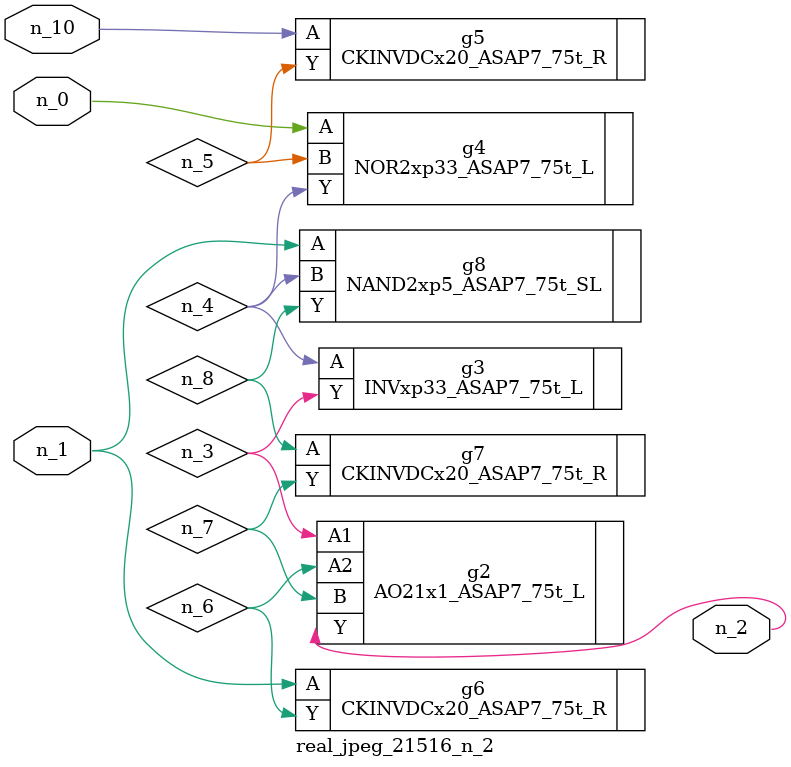
<source format=v>
module real_jpeg_21516_n_2 (n_1, n_10, n_0, n_2);

input n_1;
input n_10;
input n_0;

output n_2;

wire n_5;
wire n_4;
wire n_8;
wire n_6;
wire n_7;
wire n_3;

NOR2xp33_ASAP7_75t_L g4 ( 
.A(n_0),
.B(n_5),
.Y(n_4)
);

CKINVDCx20_ASAP7_75t_R g6 ( 
.A(n_1),
.Y(n_6)
);

NAND2xp5_ASAP7_75t_SL g8 ( 
.A(n_1),
.B(n_4),
.Y(n_8)
);

AO21x1_ASAP7_75t_L g2 ( 
.A1(n_3),
.A2(n_6),
.B(n_7),
.Y(n_2)
);

INVxp33_ASAP7_75t_L g3 ( 
.A(n_4),
.Y(n_3)
);

CKINVDCx20_ASAP7_75t_R g7 ( 
.A(n_8),
.Y(n_7)
);

CKINVDCx20_ASAP7_75t_R g5 ( 
.A(n_10),
.Y(n_5)
);


endmodule
</source>
